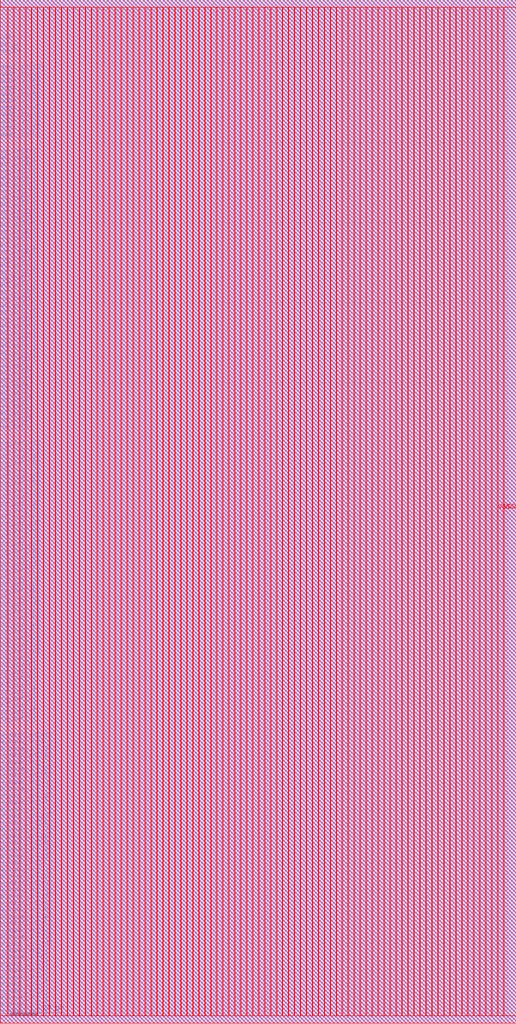
<source format=lef>
VERSION 5.7 ;
BUSBITCHARS "[]" ;
MACRO fakeram45_2048x42
  FOREIGN fakeram45_2048x42 0 0 ;
  SYMMETRY X Y R90 ;
  SIZE 193.420 BY 383.600 ;
  CLASS BLOCK ;
  PIN w_mask_in[0]
    DIRECTION INPUT ;
    USE SIGNAL ;
    SHAPE ABUTMENT ;
    PORT
      LAYER metal3 ;
      RECT 0.000 2.765 0.070 2.835 ;
    END
  END w_mask_in[0]
  PIN w_mask_in[1]
    DIRECTION INPUT ;
    USE SIGNAL ;
    SHAPE ABUTMENT ;
    PORT
      LAYER metal3 ;
      RECT 0.000 5.285 0.070 5.355 ;
    END
  END w_mask_in[1]
  PIN w_mask_in[2]
    DIRECTION INPUT ;
    USE SIGNAL ;
    SHAPE ABUTMENT ;
    PORT
      LAYER metal3 ;
      RECT 0.000 7.805 0.070 7.875 ;
    END
  END w_mask_in[2]
  PIN w_mask_in[3]
    DIRECTION INPUT ;
    USE SIGNAL ;
    SHAPE ABUTMENT ;
    PORT
      LAYER metal3 ;
      RECT 0.000 10.325 0.070 10.395 ;
    END
  END w_mask_in[3]
  PIN w_mask_in[4]
    DIRECTION INPUT ;
    USE SIGNAL ;
    SHAPE ABUTMENT ;
    PORT
      LAYER metal3 ;
      RECT 0.000 12.845 0.070 12.915 ;
    END
  END w_mask_in[4]
  PIN w_mask_in[5]
    DIRECTION INPUT ;
    USE SIGNAL ;
    SHAPE ABUTMENT ;
    PORT
      LAYER metal3 ;
      RECT 0.000 15.365 0.070 15.435 ;
    END
  END w_mask_in[5]
  PIN w_mask_in[6]
    DIRECTION INPUT ;
    USE SIGNAL ;
    SHAPE ABUTMENT ;
    PORT
      LAYER metal3 ;
      RECT 0.000 17.885 0.070 17.955 ;
    END
  END w_mask_in[6]
  PIN w_mask_in[7]
    DIRECTION INPUT ;
    USE SIGNAL ;
    SHAPE ABUTMENT ;
    PORT
      LAYER metal3 ;
      RECT 0.000 20.405 0.070 20.475 ;
    END
  END w_mask_in[7]
  PIN w_mask_in[8]
    DIRECTION INPUT ;
    USE SIGNAL ;
    SHAPE ABUTMENT ;
    PORT
      LAYER metal3 ;
      RECT 0.000 22.925 0.070 22.995 ;
    END
  END w_mask_in[8]
  PIN w_mask_in[9]
    DIRECTION INPUT ;
    USE SIGNAL ;
    SHAPE ABUTMENT ;
    PORT
      LAYER metal3 ;
      RECT 0.000 25.445 0.070 25.515 ;
    END
  END w_mask_in[9]
  PIN w_mask_in[10]
    DIRECTION INPUT ;
    USE SIGNAL ;
    SHAPE ABUTMENT ;
    PORT
      LAYER metal3 ;
      RECT 0.000 27.965 0.070 28.035 ;
    END
  END w_mask_in[10]
  PIN w_mask_in[11]
    DIRECTION INPUT ;
    USE SIGNAL ;
    SHAPE ABUTMENT ;
    PORT
      LAYER metal3 ;
      RECT 0.000 30.485 0.070 30.555 ;
    END
  END w_mask_in[11]
  PIN w_mask_in[12]
    DIRECTION INPUT ;
    USE SIGNAL ;
    SHAPE ABUTMENT ;
    PORT
      LAYER metal3 ;
      RECT 0.000 33.005 0.070 33.075 ;
    END
  END w_mask_in[12]
  PIN w_mask_in[13]
    DIRECTION INPUT ;
    USE SIGNAL ;
    SHAPE ABUTMENT ;
    PORT
      LAYER metal3 ;
      RECT 0.000 35.525 0.070 35.595 ;
    END
  END w_mask_in[13]
  PIN w_mask_in[14]
    DIRECTION INPUT ;
    USE SIGNAL ;
    SHAPE ABUTMENT ;
    PORT
      LAYER metal3 ;
      RECT 0.000 38.045 0.070 38.115 ;
    END
  END w_mask_in[14]
  PIN w_mask_in[15]
    DIRECTION INPUT ;
    USE SIGNAL ;
    SHAPE ABUTMENT ;
    PORT
      LAYER metal3 ;
      RECT 0.000 40.565 0.070 40.635 ;
    END
  END w_mask_in[15]
  PIN w_mask_in[16]
    DIRECTION INPUT ;
    USE SIGNAL ;
    SHAPE ABUTMENT ;
    PORT
      LAYER metal3 ;
      RECT 0.000 43.085 0.070 43.155 ;
    END
  END w_mask_in[16]
  PIN w_mask_in[17]
    DIRECTION INPUT ;
    USE SIGNAL ;
    SHAPE ABUTMENT ;
    PORT
      LAYER metal3 ;
      RECT 0.000 45.605 0.070 45.675 ;
    END
  END w_mask_in[17]
  PIN w_mask_in[18]
    DIRECTION INPUT ;
    USE SIGNAL ;
    SHAPE ABUTMENT ;
    PORT
      LAYER metal3 ;
      RECT 0.000 48.125 0.070 48.195 ;
    END
  END w_mask_in[18]
  PIN w_mask_in[19]
    DIRECTION INPUT ;
    USE SIGNAL ;
    SHAPE ABUTMENT ;
    PORT
      LAYER metal3 ;
      RECT 0.000 50.645 0.070 50.715 ;
    END
  END w_mask_in[19]
  PIN w_mask_in[20]
    DIRECTION INPUT ;
    USE SIGNAL ;
    SHAPE ABUTMENT ;
    PORT
      LAYER metal3 ;
      RECT 0.000 53.165 0.070 53.235 ;
    END
  END w_mask_in[20]
  PIN w_mask_in[21]
    DIRECTION INPUT ;
    USE SIGNAL ;
    SHAPE ABUTMENT ;
    PORT
      LAYER metal3 ;
      RECT 0.000 55.685 0.070 55.755 ;
    END
  END w_mask_in[21]
  PIN w_mask_in[22]
    DIRECTION INPUT ;
    USE SIGNAL ;
    SHAPE ABUTMENT ;
    PORT
      LAYER metal3 ;
      RECT 0.000 58.205 0.070 58.275 ;
    END
  END w_mask_in[22]
  PIN w_mask_in[23]
    DIRECTION INPUT ;
    USE SIGNAL ;
    SHAPE ABUTMENT ;
    PORT
      LAYER metal3 ;
      RECT 0.000 60.725 0.070 60.795 ;
    END
  END w_mask_in[23]
  PIN w_mask_in[24]
    DIRECTION INPUT ;
    USE SIGNAL ;
    SHAPE ABUTMENT ;
    PORT
      LAYER metal3 ;
      RECT 0.000 63.245 0.070 63.315 ;
    END
  END w_mask_in[24]
  PIN w_mask_in[25]
    DIRECTION INPUT ;
    USE SIGNAL ;
    SHAPE ABUTMENT ;
    PORT
      LAYER metal3 ;
      RECT 0.000 65.765 0.070 65.835 ;
    END
  END w_mask_in[25]
  PIN w_mask_in[26]
    DIRECTION INPUT ;
    USE SIGNAL ;
    SHAPE ABUTMENT ;
    PORT
      LAYER metal3 ;
      RECT 0.000 68.285 0.070 68.355 ;
    END
  END w_mask_in[26]
  PIN w_mask_in[27]
    DIRECTION INPUT ;
    USE SIGNAL ;
    SHAPE ABUTMENT ;
    PORT
      LAYER metal3 ;
      RECT 0.000 70.805 0.070 70.875 ;
    END
  END w_mask_in[27]
  PIN w_mask_in[28]
    DIRECTION INPUT ;
    USE SIGNAL ;
    SHAPE ABUTMENT ;
    PORT
      LAYER metal3 ;
      RECT 0.000 73.325 0.070 73.395 ;
    END
  END w_mask_in[28]
  PIN w_mask_in[29]
    DIRECTION INPUT ;
    USE SIGNAL ;
    SHAPE ABUTMENT ;
    PORT
      LAYER metal3 ;
      RECT 0.000 75.845 0.070 75.915 ;
    END
  END w_mask_in[29]
  PIN w_mask_in[30]
    DIRECTION INPUT ;
    USE SIGNAL ;
    SHAPE ABUTMENT ;
    PORT
      LAYER metal3 ;
      RECT 0.000 78.365 0.070 78.435 ;
    END
  END w_mask_in[30]
  PIN w_mask_in[31]
    DIRECTION INPUT ;
    USE SIGNAL ;
    SHAPE ABUTMENT ;
    PORT
      LAYER metal3 ;
      RECT 0.000 80.885 0.070 80.955 ;
    END
  END w_mask_in[31]
  PIN w_mask_in[32]
    DIRECTION INPUT ;
    USE SIGNAL ;
    SHAPE ABUTMENT ;
    PORT
      LAYER metal3 ;
      RECT 0.000 83.405 0.070 83.475 ;
    END
  END w_mask_in[32]
  PIN w_mask_in[33]
    DIRECTION INPUT ;
    USE SIGNAL ;
    SHAPE ABUTMENT ;
    PORT
      LAYER metal3 ;
      RECT 0.000 85.925 0.070 85.995 ;
    END
  END w_mask_in[33]
  PIN w_mask_in[34]
    DIRECTION INPUT ;
    USE SIGNAL ;
    SHAPE ABUTMENT ;
    PORT
      LAYER metal3 ;
      RECT 0.000 88.445 0.070 88.515 ;
    END
  END w_mask_in[34]
  PIN w_mask_in[35]
    DIRECTION INPUT ;
    USE SIGNAL ;
    SHAPE ABUTMENT ;
    PORT
      LAYER metal3 ;
      RECT 0.000 90.965 0.070 91.035 ;
    END
  END w_mask_in[35]
  PIN w_mask_in[36]
    DIRECTION INPUT ;
    USE SIGNAL ;
    SHAPE ABUTMENT ;
    PORT
      LAYER metal3 ;
      RECT 0.000 93.485 0.070 93.555 ;
    END
  END w_mask_in[36]
  PIN w_mask_in[37]
    DIRECTION INPUT ;
    USE SIGNAL ;
    SHAPE ABUTMENT ;
    PORT
      LAYER metal3 ;
      RECT 0.000 96.005 0.070 96.075 ;
    END
  END w_mask_in[37]
  PIN w_mask_in[38]
    DIRECTION INPUT ;
    USE SIGNAL ;
    SHAPE ABUTMENT ;
    PORT
      LAYER metal3 ;
      RECT 0.000 98.525 0.070 98.595 ;
    END
  END w_mask_in[38]
  PIN w_mask_in[39]
    DIRECTION INPUT ;
    USE SIGNAL ;
    SHAPE ABUTMENT ;
    PORT
      LAYER metal3 ;
      RECT 0.000 101.045 0.070 101.115 ;
    END
  END w_mask_in[39]
  PIN w_mask_in[40]
    DIRECTION INPUT ;
    USE SIGNAL ;
    SHAPE ABUTMENT ;
    PORT
      LAYER metal3 ;
      RECT 0.000 103.565 0.070 103.635 ;
    END
  END w_mask_in[40]
  PIN w_mask_in[41]
    DIRECTION INPUT ;
    USE SIGNAL ;
    SHAPE ABUTMENT ;
    PORT
      LAYER metal3 ;
      RECT 0.000 106.085 0.070 106.155 ;
    END
  END w_mask_in[41]
  PIN rd_out[0]
    DIRECTION OUTPUT ;
    USE SIGNAL ;
    SHAPE ABUTMENT ;
    PORT
      LAYER metal3 ;
      RECT 0.000 112.245 0.070 112.315 ;
    END
  END rd_out[0]
  PIN rd_out[1]
    DIRECTION OUTPUT ;
    USE SIGNAL ;
    SHAPE ABUTMENT ;
    PORT
      LAYER metal3 ;
      RECT 0.000 114.765 0.070 114.835 ;
    END
  END rd_out[1]
  PIN rd_out[2]
    DIRECTION OUTPUT ;
    USE SIGNAL ;
    SHAPE ABUTMENT ;
    PORT
      LAYER metal3 ;
      RECT 0.000 117.285 0.070 117.355 ;
    END
  END rd_out[2]
  PIN rd_out[3]
    DIRECTION OUTPUT ;
    USE SIGNAL ;
    SHAPE ABUTMENT ;
    PORT
      LAYER metal3 ;
      RECT 0.000 119.805 0.070 119.875 ;
    END
  END rd_out[3]
  PIN rd_out[4]
    DIRECTION OUTPUT ;
    USE SIGNAL ;
    SHAPE ABUTMENT ;
    PORT
      LAYER metal3 ;
      RECT 0.000 122.325 0.070 122.395 ;
    END
  END rd_out[4]
  PIN rd_out[5]
    DIRECTION OUTPUT ;
    USE SIGNAL ;
    SHAPE ABUTMENT ;
    PORT
      LAYER metal3 ;
      RECT 0.000 124.845 0.070 124.915 ;
    END
  END rd_out[5]
  PIN rd_out[6]
    DIRECTION OUTPUT ;
    USE SIGNAL ;
    SHAPE ABUTMENT ;
    PORT
      LAYER metal3 ;
      RECT 0.000 127.365 0.070 127.435 ;
    END
  END rd_out[6]
  PIN rd_out[7]
    DIRECTION OUTPUT ;
    USE SIGNAL ;
    SHAPE ABUTMENT ;
    PORT
      LAYER metal3 ;
      RECT 0.000 129.885 0.070 129.955 ;
    END
  END rd_out[7]
  PIN rd_out[8]
    DIRECTION OUTPUT ;
    USE SIGNAL ;
    SHAPE ABUTMENT ;
    PORT
      LAYER metal3 ;
      RECT 0.000 132.405 0.070 132.475 ;
    END
  END rd_out[8]
  PIN rd_out[9]
    DIRECTION OUTPUT ;
    USE SIGNAL ;
    SHAPE ABUTMENT ;
    PORT
      LAYER metal3 ;
      RECT 0.000 134.925 0.070 134.995 ;
    END
  END rd_out[9]
  PIN rd_out[10]
    DIRECTION OUTPUT ;
    USE SIGNAL ;
    SHAPE ABUTMENT ;
    PORT
      LAYER metal3 ;
      RECT 0.000 137.445 0.070 137.515 ;
    END
  END rd_out[10]
  PIN rd_out[11]
    DIRECTION OUTPUT ;
    USE SIGNAL ;
    SHAPE ABUTMENT ;
    PORT
      LAYER metal3 ;
      RECT 0.000 139.965 0.070 140.035 ;
    END
  END rd_out[11]
  PIN rd_out[12]
    DIRECTION OUTPUT ;
    USE SIGNAL ;
    SHAPE ABUTMENT ;
    PORT
      LAYER metal3 ;
      RECT 0.000 142.485 0.070 142.555 ;
    END
  END rd_out[12]
  PIN rd_out[13]
    DIRECTION OUTPUT ;
    USE SIGNAL ;
    SHAPE ABUTMENT ;
    PORT
      LAYER metal3 ;
      RECT 0.000 145.005 0.070 145.075 ;
    END
  END rd_out[13]
  PIN rd_out[14]
    DIRECTION OUTPUT ;
    USE SIGNAL ;
    SHAPE ABUTMENT ;
    PORT
      LAYER metal3 ;
      RECT 0.000 147.525 0.070 147.595 ;
    END
  END rd_out[14]
  PIN rd_out[15]
    DIRECTION OUTPUT ;
    USE SIGNAL ;
    SHAPE ABUTMENT ;
    PORT
      LAYER metal3 ;
      RECT 0.000 150.045 0.070 150.115 ;
    END
  END rd_out[15]
  PIN rd_out[16]
    DIRECTION OUTPUT ;
    USE SIGNAL ;
    SHAPE ABUTMENT ;
    PORT
      LAYER metal3 ;
      RECT 0.000 152.565 0.070 152.635 ;
    END
  END rd_out[16]
  PIN rd_out[17]
    DIRECTION OUTPUT ;
    USE SIGNAL ;
    SHAPE ABUTMENT ;
    PORT
      LAYER metal3 ;
      RECT 0.000 155.085 0.070 155.155 ;
    END
  END rd_out[17]
  PIN rd_out[18]
    DIRECTION OUTPUT ;
    USE SIGNAL ;
    SHAPE ABUTMENT ;
    PORT
      LAYER metal3 ;
      RECT 0.000 157.605 0.070 157.675 ;
    END
  END rd_out[18]
  PIN rd_out[19]
    DIRECTION OUTPUT ;
    USE SIGNAL ;
    SHAPE ABUTMENT ;
    PORT
      LAYER metal3 ;
      RECT 0.000 160.125 0.070 160.195 ;
    END
  END rd_out[19]
  PIN rd_out[20]
    DIRECTION OUTPUT ;
    USE SIGNAL ;
    SHAPE ABUTMENT ;
    PORT
      LAYER metal3 ;
      RECT 0.000 162.645 0.070 162.715 ;
    END
  END rd_out[20]
  PIN rd_out[21]
    DIRECTION OUTPUT ;
    USE SIGNAL ;
    SHAPE ABUTMENT ;
    PORT
      LAYER metal3 ;
      RECT 0.000 165.165 0.070 165.235 ;
    END
  END rd_out[21]
  PIN rd_out[22]
    DIRECTION OUTPUT ;
    USE SIGNAL ;
    SHAPE ABUTMENT ;
    PORT
      LAYER metal3 ;
      RECT 0.000 167.685 0.070 167.755 ;
    END
  END rd_out[22]
  PIN rd_out[23]
    DIRECTION OUTPUT ;
    USE SIGNAL ;
    SHAPE ABUTMENT ;
    PORT
      LAYER metal3 ;
      RECT 0.000 170.205 0.070 170.275 ;
    END
  END rd_out[23]
  PIN rd_out[24]
    DIRECTION OUTPUT ;
    USE SIGNAL ;
    SHAPE ABUTMENT ;
    PORT
      LAYER metal3 ;
      RECT 0.000 172.725 0.070 172.795 ;
    END
  END rd_out[24]
  PIN rd_out[25]
    DIRECTION OUTPUT ;
    USE SIGNAL ;
    SHAPE ABUTMENT ;
    PORT
      LAYER metal3 ;
      RECT 0.000 175.245 0.070 175.315 ;
    END
  END rd_out[25]
  PIN rd_out[26]
    DIRECTION OUTPUT ;
    USE SIGNAL ;
    SHAPE ABUTMENT ;
    PORT
      LAYER metal3 ;
      RECT 0.000 177.765 0.070 177.835 ;
    END
  END rd_out[26]
  PIN rd_out[27]
    DIRECTION OUTPUT ;
    USE SIGNAL ;
    SHAPE ABUTMENT ;
    PORT
      LAYER metal3 ;
      RECT 0.000 180.285 0.070 180.355 ;
    END
  END rd_out[27]
  PIN rd_out[28]
    DIRECTION OUTPUT ;
    USE SIGNAL ;
    SHAPE ABUTMENT ;
    PORT
      LAYER metal3 ;
      RECT 0.000 182.805 0.070 182.875 ;
    END
  END rd_out[28]
  PIN rd_out[29]
    DIRECTION OUTPUT ;
    USE SIGNAL ;
    SHAPE ABUTMENT ;
    PORT
      LAYER metal3 ;
      RECT 0.000 185.325 0.070 185.395 ;
    END
  END rd_out[29]
  PIN rd_out[30]
    DIRECTION OUTPUT ;
    USE SIGNAL ;
    SHAPE ABUTMENT ;
    PORT
      LAYER metal3 ;
      RECT 0.000 187.845 0.070 187.915 ;
    END
  END rd_out[30]
  PIN rd_out[31]
    DIRECTION OUTPUT ;
    USE SIGNAL ;
    SHAPE ABUTMENT ;
    PORT
      LAYER metal3 ;
      RECT 0.000 190.365 0.070 190.435 ;
    END
  END rd_out[31]
  PIN rd_out[32]
    DIRECTION OUTPUT ;
    USE SIGNAL ;
    SHAPE ABUTMENT ;
    PORT
      LAYER metal3 ;
      RECT 0.000 192.885 0.070 192.955 ;
    END
  END rd_out[32]
  PIN rd_out[33]
    DIRECTION OUTPUT ;
    USE SIGNAL ;
    SHAPE ABUTMENT ;
    PORT
      LAYER metal3 ;
      RECT 0.000 195.405 0.070 195.475 ;
    END
  END rd_out[33]
  PIN rd_out[34]
    DIRECTION OUTPUT ;
    USE SIGNAL ;
    SHAPE ABUTMENT ;
    PORT
      LAYER metal3 ;
      RECT 0.000 197.925 0.070 197.995 ;
    END
  END rd_out[34]
  PIN rd_out[35]
    DIRECTION OUTPUT ;
    USE SIGNAL ;
    SHAPE ABUTMENT ;
    PORT
      LAYER metal3 ;
      RECT 0.000 200.445 0.070 200.515 ;
    END
  END rd_out[35]
  PIN rd_out[36]
    DIRECTION OUTPUT ;
    USE SIGNAL ;
    SHAPE ABUTMENT ;
    PORT
      LAYER metal3 ;
      RECT 0.000 202.965 0.070 203.035 ;
    END
  END rd_out[36]
  PIN rd_out[37]
    DIRECTION OUTPUT ;
    USE SIGNAL ;
    SHAPE ABUTMENT ;
    PORT
      LAYER metal3 ;
      RECT 0.000 205.485 0.070 205.555 ;
    END
  END rd_out[37]
  PIN rd_out[38]
    DIRECTION OUTPUT ;
    USE SIGNAL ;
    SHAPE ABUTMENT ;
    PORT
      LAYER metal3 ;
      RECT 0.000 208.005 0.070 208.075 ;
    END
  END rd_out[38]
  PIN rd_out[39]
    DIRECTION OUTPUT ;
    USE SIGNAL ;
    SHAPE ABUTMENT ;
    PORT
      LAYER metal3 ;
      RECT 0.000 210.525 0.070 210.595 ;
    END
  END rd_out[39]
  PIN rd_out[40]
    DIRECTION OUTPUT ;
    USE SIGNAL ;
    SHAPE ABUTMENT ;
    PORT
      LAYER metal3 ;
      RECT 0.000 213.045 0.070 213.115 ;
    END
  END rd_out[40]
  PIN rd_out[41]
    DIRECTION OUTPUT ;
    USE SIGNAL ;
    SHAPE ABUTMENT ;
    PORT
      LAYER metal3 ;
      RECT 0.000 215.565 0.070 215.635 ;
    END
  END rd_out[41]
  PIN wd_in[0]
    DIRECTION INPUT ;
    USE SIGNAL ;
    SHAPE ABUTMENT ;
    PORT
      LAYER metal3 ;
      RECT 0.000 221.725 0.070 221.795 ;
    END
  END wd_in[0]
  PIN wd_in[1]
    DIRECTION INPUT ;
    USE SIGNAL ;
    SHAPE ABUTMENT ;
    PORT
      LAYER metal3 ;
      RECT 0.000 224.245 0.070 224.315 ;
    END
  END wd_in[1]
  PIN wd_in[2]
    DIRECTION INPUT ;
    USE SIGNAL ;
    SHAPE ABUTMENT ;
    PORT
      LAYER metal3 ;
      RECT 0.000 226.765 0.070 226.835 ;
    END
  END wd_in[2]
  PIN wd_in[3]
    DIRECTION INPUT ;
    USE SIGNAL ;
    SHAPE ABUTMENT ;
    PORT
      LAYER metal3 ;
      RECT 0.000 229.285 0.070 229.355 ;
    END
  END wd_in[3]
  PIN wd_in[4]
    DIRECTION INPUT ;
    USE SIGNAL ;
    SHAPE ABUTMENT ;
    PORT
      LAYER metal3 ;
      RECT 0.000 231.805 0.070 231.875 ;
    END
  END wd_in[4]
  PIN wd_in[5]
    DIRECTION INPUT ;
    USE SIGNAL ;
    SHAPE ABUTMENT ;
    PORT
      LAYER metal3 ;
      RECT 0.000 234.325 0.070 234.395 ;
    END
  END wd_in[5]
  PIN wd_in[6]
    DIRECTION INPUT ;
    USE SIGNAL ;
    SHAPE ABUTMENT ;
    PORT
      LAYER metal3 ;
      RECT 0.000 236.845 0.070 236.915 ;
    END
  END wd_in[6]
  PIN wd_in[7]
    DIRECTION INPUT ;
    USE SIGNAL ;
    SHAPE ABUTMENT ;
    PORT
      LAYER metal3 ;
      RECT 0.000 239.365 0.070 239.435 ;
    END
  END wd_in[7]
  PIN wd_in[8]
    DIRECTION INPUT ;
    USE SIGNAL ;
    SHAPE ABUTMENT ;
    PORT
      LAYER metal3 ;
      RECT 0.000 241.885 0.070 241.955 ;
    END
  END wd_in[8]
  PIN wd_in[9]
    DIRECTION INPUT ;
    USE SIGNAL ;
    SHAPE ABUTMENT ;
    PORT
      LAYER metal3 ;
      RECT 0.000 244.405 0.070 244.475 ;
    END
  END wd_in[9]
  PIN wd_in[10]
    DIRECTION INPUT ;
    USE SIGNAL ;
    SHAPE ABUTMENT ;
    PORT
      LAYER metal3 ;
      RECT 0.000 246.925 0.070 246.995 ;
    END
  END wd_in[10]
  PIN wd_in[11]
    DIRECTION INPUT ;
    USE SIGNAL ;
    SHAPE ABUTMENT ;
    PORT
      LAYER metal3 ;
      RECT 0.000 249.445 0.070 249.515 ;
    END
  END wd_in[11]
  PIN wd_in[12]
    DIRECTION INPUT ;
    USE SIGNAL ;
    SHAPE ABUTMENT ;
    PORT
      LAYER metal3 ;
      RECT 0.000 251.965 0.070 252.035 ;
    END
  END wd_in[12]
  PIN wd_in[13]
    DIRECTION INPUT ;
    USE SIGNAL ;
    SHAPE ABUTMENT ;
    PORT
      LAYER metal3 ;
      RECT 0.000 254.485 0.070 254.555 ;
    END
  END wd_in[13]
  PIN wd_in[14]
    DIRECTION INPUT ;
    USE SIGNAL ;
    SHAPE ABUTMENT ;
    PORT
      LAYER metal3 ;
      RECT 0.000 257.005 0.070 257.075 ;
    END
  END wd_in[14]
  PIN wd_in[15]
    DIRECTION INPUT ;
    USE SIGNAL ;
    SHAPE ABUTMENT ;
    PORT
      LAYER metal3 ;
      RECT 0.000 259.525 0.070 259.595 ;
    END
  END wd_in[15]
  PIN wd_in[16]
    DIRECTION INPUT ;
    USE SIGNAL ;
    SHAPE ABUTMENT ;
    PORT
      LAYER metal3 ;
      RECT 0.000 262.045 0.070 262.115 ;
    END
  END wd_in[16]
  PIN wd_in[17]
    DIRECTION INPUT ;
    USE SIGNAL ;
    SHAPE ABUTMENT ;
    PORT
      LAYER metal3 ;
      RECT 0.000 264.565 0.070 264.635 ;
    END
  END wd_in[17]
  PIN wd_in[18]
    DIRECTION INPUT ;
    USE SIGNAL ;
    SHAPE ABUTMENT ;
    PORT
      LAYER metal3 ;
      RECT 0.000 267.085 0.070 267.155 ;
    END
  END wd_in[18]
  PIN wd_in[19]
    DIRECTION INPUT ;
    USE SIGNAL ;
    SHAPE ABUTMENT ;
    PORT
      LAYER metal3 ;
      RECT 0.000 269.605 0.070 269.675 ;
    END
  END wd_in[19]
  PIN wd_in[20]
    DIRECTION INPUT ;
    USE SIGNAL ;
    SHAPE ABUTMENT ;
    PORT
      LAYER metal3 ;
      RECT 0.000 272.125 0.070 272.195 ;
    END
  END wd_in[20]
  PIN wd_in[21]
    DIRECTION INPUT ;
    USE SIGNAL ;
    SHAPE ABUTMENT ;
    PORT
      LAYER metal3 ;
      RECT 0.000 274.645 0.070 274.715 ;
    END
  END wd_in[21]
  PIN wd_in[22]
    DIRECTION INPUT ;
    USE SIGNAL ;
    SHAPE ABUTMENT ;
    PORT
      LAYER metal3 ;
      RECT 0.000 277.165 0.070 277.235 ;
    END
  END wd_in[22]
  PIN wd_in[23]
    DIRECTION INPUT ;
    USE SIGNAL ;
    SHAPE ABUTMENT ;
    PORT
      LAYER metal3 ;
      RECT 0.000 279.685 0.070 279.755 ;
    END
  END wd_in[23]
  PIN wd_in[24]
    DIRECTION INPUT ;
    USE SIGNAL ;
    SHAPE ABUTMENT ;
    PORT
      LAYER metal3 ;
      RECT 0.000 282.205 0.070 282.275 ;
    END
  END wd_in[24]
  PIN wd_in[25]
    DIRECTION INPUT ;
    USE SIGNAL ;
    SHAPE ABUTMENT ;
    PORT
      LAYER metal3 ;
      RECT 0.000 284.725 0.070 284.795 ;
    END
  END wd_in[25]
  PIN wd_in[26]
    DIRECTION INPUT ;
    USE SIGNAL ;
    SHAPE ABUTMENT ;
    PORT
      LAYER metal3 ;
      RECT 0.000 287.245 0.070 287.315 ;
    END
  END wd_in[26]
  PIN wd_in[27]
    DIRECTION INPUT ;
    USE SIGNAL ;
    SHAPE ABUTMENT ;
    PORT
      LAYER metal3 ;
      RECT 0.000 289.765 0.070 289.835 ;
    END
  END wd_in[27]
  PIN wd_in[28]
    DIRECTION INPUT ;
    USE SIGNAL ;
    SHAPE ABUTMENT ;
    PORT
      LAYER metal3 ;
      RECT 0.000 292.285 0.070 292.355 ;
    END
  END wd_in[28]
  PIN wd_in[29]
    DIRECTION INPUT ;
    USE SIGNAL ;
    SHAPE ABUTMENT ;
    PORT
      LAYER metal3 ;
      RECT 0.000 294.805 0.070 294.875 ;
    END
  END wd_in[29]
  PIN wd_in[30]
    DIRECTION INPUT ;
    USE SIGNAL ;
    SHAPE ABUTMENT ;
    PORT
      LAYER metal3 ;
      RECT 0.000 297.325 0.070 297.395 ;
    END
  END wd_in[30]
  PIN wd_in[31]
    DIRECTION INPUT ;
    USE SIGNAL ;
    SHAPE ABUTMENT ;
    PORT
      LAYER metal3 ;
      RECT 0.000 299.845 0.070 299.915 ;
    END
  END wd_in[31]
  PIN wd_in[32]
    DIRECTION INPUT ;
    USE SIGNAL ;
    SHAPE ABUTMENT ;
    PORT
      LAYER metal3 ;
      RECT 0.000 302.365 0.070 302.435 ;
    END
  END wd_in[32]
  PIN wd_in[33]
    DIRECTION INPUT ;
    USE SIGNAL ;
    SHAPE ABUTMENT ;
    PORT
      LAYER metal3 ;
      RECT 0.000 304.885 0.070 304.955 ;
    END
  END wd_in[33]
  PIN wd_in[34]
    DIRECTION INPUT ;
    USE SIGNAL ;
    SHAPE ABUTMENT ;
    PORT
      LAYER metal3 ;
      RECT 0.000 307.405 0.070 307.475 ;
    END
  END wd_in[34]
  PIN wd_in[35]
    DIRECTION INPUT ;
    USE SIGNAL ;
    SHAPE ABUTMENT ;
    PORT
      LAYER metal3 ;
      RECT 0.000 309.925 0.070 309.995 ;
    END
  END wd_in[35]
  PIN wd_in[36]
    DIRECTION INPUT ;
    USE SIGNAL ;
    SHAPE ABUTMENT ;
    PORT
      LAYER metal3 ;
      RECT 0.000 312.445 0.070 312.515 ;
    END
  END wd_in[36]
  PIN wd_in[37]
    DIRECTION INPUT ;
    USE SIGNAL ;
    SHAPE ABUTMENT ;
    PORT
      LAYER metal3 ;
      RECT 0.000 314.965 0.070 315.035 ;
    END
  END wd_in[37]
  PIN wd_in[38]
    DIRECTION INPUT ;
    USE SIGNAL ;
    SHAPE ABUTMENT ;
    PORT
      LAYER metal3 ;
      RECT 0.000 317.485 0.070 317.555 ;
    END
  END wd_in[38]
  PIN wd_in[39]
    DIRECTION INPUT ;
    USE SIGNAL ;
    SHAPE ABUTMENT ;
    PORT
      LAYER metal3 ;
      RECT 0.000 320.005 0.070 320.075 ;
    END
  END wd_in[39]
  PIN wd_in[40]
    DIRECTION INPUT ;
    USE SIGNAL ;
    SHAPE ABUTMENT ;
    PORT
      LAYER metal3 ;
      RECT 0.000 322.525 0.070 322.595 ;
    END
  END wd_in[40]
  PIN wd_in[41]
    DIRECTION INPUT ;
    USE SIGNAL ;
    SHAPE ABUTMENT ;
    PORT
      LAYER metal3 ;
      RECT 0.000 325.045 0.070 325.115 ;
    END
  END wd_in[41]
  PIN addr_in[0]
    DIRECTION INPUT ;
    USE SIGNAL ;
    SHAPE ABUTMENT ;
    PORT
      LAYER metal3 ;
      RECT 0.000 331.205 0.070 331.275 ;
    END
  END addr_in[0]
  PIN addr_in[1]
    DIRECTION INPUT ;
    USE SIGNAL ;
    SHAPE ABUTMENT ;
    PORT
      LAYER metal3 ;
      RECT 0.000 333.725 0.070 333.795 ;
    END
  END addr_in[1]
  PIN addr_in[2]
    DIRECTION INPUT ;
    USE SIGNAL ;
    SHAPE ABUTMENT ;
    PORT
      LAYER metal3 ;
      RECT 0.000 336.245 0.070 336.315 ;
    END
  END addr_in[2]
  PIN addr_in[3]
    DIRECTION INPUT ;
    USE SIGNAL ;
    SHAPE ABUTMENT ;
    PORT
      LAYER metal3 ;
      RECT 0.000 338.765 0.070 338.835 ;
    END
  END addr_in[3]
  PIN addr_in[4]
    DIRECTION INPUT ;
    USE SIGNAL ;
    SHAPE ABUTMENT ;
    PORT
      LAYER metal3 ;
      RECT 0.000 341.285 0.070 341.355 ;
    END
  END addr_in[4]
  PIN addr_in[5]
    DIRECTION INPUT ;
    USE SIGNAL ;
    SHAPE ABUTMENT ;
    PORT
      LAYER metal3 ;
      RECT 0.000 343.805 0.070 343.875 ;
    END
  END addr_in[5]
  PIN addr_in[6]
    DIRECTION INPUT ;
    USE SIGNAL ;
    SHAPE ABUTMENT ;
    PORT
      LAYER metal3 ;
      RECT 0.000 346.325 0.070 346.395 ;
    END
  END addr_in[6]
  PIN addr_in[7]
    DIRECTION INPUT ;
    USE SIGNAL ;
    SHAPE ABUTMENT ;
    PORT
      LAYER metal3 ;
      RECT 0.000 348.845 0.070 348.915 ;
    END
  END addr_in[7]
  PIN addr_in[8]
    DIRECTION INPUT ;
    USE SIGNAL ;
    SHAPE ABUTMENT ;
    PORT
      LAYER metal3 ;
      RECT 0.000 351.365 0.070 351.435 ;
    END
  END addr_in[8]
  PIN addr_in[9]
    DIRECTION INPUT ;
    USE SIGNAL ;
    SHAPE ABUTMENT ;
    PORT
      LAYER metal3 ;
      RECT 0.000 353.885 0.070 353.955 ;
    END
  END addr_in[9]
  PIN addr_in[10]
    DIRECTION INPUT ;
    USE SIGNAL ;
    SHAPE ABUTMENT ;
    PORT
      LAYER metal3 ;
      RECT 0.000 356.405 0.070 356.475 ;
    END
  END addr_in[10]
  PIN we_in
    DIRECTION INPUT ;
    USE SIGNAL ;
    SHAPE ABUTMENT ;
    PORT
      LAYER metal3 ;
      RECT 0.000 362.565 0.070 362.635 ;
    END
  END we_in
  PIN ce_in
    DIRECTION INPUT ;
    USE SIGNAL ;
    SHAPE ABUTMENT ;
    PORT
      LAYER metal3 ;
      RECT 0.000 365.085 0.070 365.155 ;
    END
  END ce_in
  PIN clk
    DIRECTION INPUT ;
    USE SIGNAL ;
    SHAPE ABUTMENT ;
    PORT
      LAYER metal3 ;
      RECT 0.000 367.605 0.070 367.675 ;
    END
  END clk
  PIN VSS
    DIRECTION INOUT ;
    USE GROUND ;
    PORT
      LAYER metal4 ;
      RECT 2.660 2.800 2.940 380.800 ;
      RECT 7.140 2.800 7.420 380.800 ;
      RECT 11.620 2.800 11.900 380.800 ;
      RECT 16.100 2.800 16.380 380.800 ;
      RECT 20.580 2.800 20.860 380.800 ;
      RECT 25.060 2.800 25.340 380.800 ;
      RECT 29.540 2.800 29.820 380.800 ;
      RECT 34.020 2.800 34.300 380.800 ;
      RECT 38.500 2.800 38.780 380.800 ;
      RECT 42.980 2.800 43.260 380.800 ;
      RECT 47.460 2.800 47.740 380.800 ;
      RECT 51.940 2.800 52.220 380.800 ;
      RECT 56.420 2.800 56.700 380.800 ;
      RECT 60.900 2.800 61.180 380.800 ;
      RECT 65.380 2.800 65.660 380.800 ;
      RECT 69.860 2.800 70.140 380.800 ;
      RECT 74.340 2.800 74.620 380.800 ;
      RECT 78.820 2.800 79.100 380.800 ;
      RECT 83.300 2.800 83.580 380.800 ;
      RECT 87.780 2.800 88.060 380.800 ;
      RECT 92.260 2.800 92.540 380.800 ;
      RECT 96.740 2.800 97.020 380.800 ;
      RECT 101.220 2.800 101.500 380.800 ;
      RECT 105.700 2.800 105.980 380.800 ;
      RECT 110.180 2.800 110.460 380.800 ;
      RECT 114.660 2.800 114.940 380.800 ;
      RECT 119.140 2.800 119.420 380.800 ;
      RECT 123.620 2.800 123.900 380.800 ;
      RECT 128.100 2.800 128.380 380.800 ;
      RECT 132.580 2.800 132.860 380.800 ;
      RECT 137.060 2.800 137.340 380.800 ;
      RECT 141.540 2.800 141.820 380.800 ;
      RECT 146.020 2.800 146.300 380.800 ;
      RECT 150.500 2.800 150.780 380.800 ;
      RECT 154.980 2.800 155.260 380.800 ;
      RECT 159.460 2.800 159.740 380.800 ;
      RECT 163.940 2.800 164.220 380.800 ;
      RECT 168.420 2.800 168.700 380.800 ;
      RECT 172.900 2.800 173.180 380.800 ;
      RECT 177.380 2.800 177.660 380.800 ;
      RECT 181.860 2.800 182.140 380.800 ;
      RECT 186.340 2.800 186.620 380.800 ;
    END
  END VSS
  PIN VDD
    DIRECTION INOUT ;
    USE POWER ;
    PORT
      LAYER metal4 ;
      RECT 4.900 2.800 5.180 380.800 ;
      RECT 9.380 2.800 9.660 380.800 ;
      RECT 13.860 2.800 14.140 380.800 ;
      RECT 18.340 2.800 18.620 380.800 ;
      RECT 22.820 2.800 23.100 380.800 ;
      RECT 27.300 2.800 27.580 380.800 ;
      RECT 31.780 2.800 32.060 380.800 ;
      RECT 36.260 2.800 36.540 380.800 ;
      RECT 40.740 2.800 41.020 380.800 ;
      RECT 45.220 2.800 45.500 380.800 ;
      RECT 49.700 2.800 49.980 380.800 ;
      RECT 54.180 2.800 54.460 380.800 ;
      RECT 58.660 2.800 58.940 380.800 ;
      RECT 63.140 2.800 63.420 380.800 ;
      RECT 67.620 2.800 67.900 380.800 ;
      RECT 72.100 2.800 72.380 380.800 ;
      RECT 76.580 2.800 76.860 380.800 ;
      RECT 81.060 2.800 81.340 380.800 ;
      RECT 85.540 2.800 85.820 380.800 ;
      RECT 90.020 2.800 90.300 380.800 ;
      RECT 94.500 2.800 94.780 380.800 ;
      RECT 98.980 2.800 99.260 380.800 ;
      RECT 103.460 2.800 103.740 380.800 ;
      RECT 107.940 2.800 108.220 380.800 ;
      RECT 112.420 2.800 112.700 380.800 ;
      RECT 116.900 2.800 117.180 380.800 ;
      RECT 121.380 2.800 121.660 380.800 ;
      RECT 125.860 2.800 126.140 380.800 ;
      RECT 130.340 2.800 130.620 380.800 ;
      RECT 134.820 2.800 135.100 380.800 ;
      RECT 139.300 2.800 139.580 380.800 ;
      RECT 143.780 2.800 144.060 380.800 ;
      RECT 148.260 2.800 148.540 380.800 ;
      RECT 152.740 2.800 153.020 380.800 ;
      RECT 157.220 2.800 157.500 380.800 ;
      RECT 161.700 2.800 161.980 380.800 ;
      RECT 166.180 2.800 166.460 380.800 ;
      RECT 170.660 2.800 170.940 380.800 ;
      RECT 175.140 2.800 175.420 380.800 ;
      RECT 179.620 2.800 179.900 380.800 ;
      RECT 184.100 2.800 184.380 380.800 ;
      RECT 188.580 2.800 188.860 380.800 ;
    END
  END VDD
  OBS
    LAYER metal1 ;
    RECT 0 0 193.420 383.600 ;
    LAYER metal2 ;
    RECT 0 0 193.420 383.600 ;
    LAYER metal3 ;
    RECT 0.070 0 193.420 383.600 ;
    RECT 0 0.000 0.070 2.765 ;
    RECT 0 2.835 0.070 5.285 ;
    RECT 0 5.355 0.070 7.805 ;
    RECT 0 7.875 0.070 10.325 ;
    RECT 0 10.395 0.070 12.845 ;
    RECT 0 12.915 0.070 15.365 ;
    RECT 0 15.435 0.070 17.885 ;
    RECT 0 17.955 0.070 20.405 ;
    RECT 0 20.475 0.070 22.925 ;
    RECT 0 22.995 0.070 25.445 ;
    RECT 0 25.515 0.070 27.965 ;
    RECT 0 28.035 0.070 30.485 ;
    RECT 0 30.555 0.070 33.005 ;
    RECT 0 33.075 0.070 35.525 ;
    RECT 0 35.595 0.070 38.045 ;
    RECT 0 38.115 0.070 40.565 ;
    RECT 0 40.635 0.070 43.085 ;
    RECT 0 43.155 0.070 45.605 ;
    RECT 0 45.675 0.070 48.125 ;
    RECT 0 48.195 0.070 50.645 ;
    RECT 0 50.715 0.070 53.165 ;
    RECT 0 53.235 0.070 55.685 ;
    RECT 0 55.755 0.070 58.205 ;
    RECT 0 58.275 0.070 60.725 ;
    RECT 0 60.795 0.070 63.245 ;
    RECT 0 63.315 0.070 65.765 ;
    RECT 0 65.835 0.070 68.285 ;
    RECT 0 68.355 0.070 70.805 ;
    RECT 0 70.875 0.070 73.325 ;
    RECT 0 73.395 0.070 75.845 ;
    RECT 0 75.915 0.070 78.365 ;
    RECT 0 78.435 0.070 80.885 ;
    RECT 0 80.955 0.070 83.405 ;
    RECT 0 83.475 0.070 85.925 ;
    RECT 0 85.995 0.070 88.445 ;
    RECT 0 88.515 0.070 90.965 ;
    RECT 0 91.035 0.070 93.485 ;
    RECT 0 93.555 0.070 96.005 ;
    RECT 0 96.075 0.070 98.525 ;
    RECT 0 98.595 0.070 101.045 ;
    RECT 0 101.115 0.070 103.565 ;
    RECT 0 103.635 0.070 106.085 ;
    RECT 0 106.155 0.070 112.245 ;
    RECT 0 112.315 0.070 114.765 ;
    RECT 0 114.835 0.070 117.285 ;
    RECT 0 117.355 0.070 119.805 ;
    RECT 0 119.875 0.070 122.325 ;
    RECT 0 122.395 0.070 124.845 ;
    RECT 0 124.915 0.070 127.365 ;
    RECT 0 127.435 0.070 129.885 ;
    RECT 0 129.955 0.070 132.405 ;
    RECT 0 132.475 0.070 134.925 ;
    RECT 0 134.995 0.070 137.445 ;
    RECT 0 137.515 0.070 139.965 ;
    RECT 0 140.035 0.070 142.485 ;
    RECT 0 142.555 0.070 145.005 ;
    RECT 0 145.075 0.070 147.525 ;
    RECT 0 147.595 0.070 150.045 ;
    RECT 0 150.115 0.070 152.565 ;
    RECT 0 152.635 0.070 155.085 ;
    RECT 0 155.155 0.070 157.605 ;
    RECT 0 157.675 0.070 160.125 ;
    RECT 0 160.195 0.070 162.645 ;
    RECT 0 162.715 0.070 165.165 ;
    RECT 0 165.235 0.070 167.685 ;
    RECT 0 167.755 0.070 170.205 ;
    RECT 0 170.275 0.070 172.725 ;
    RECT 0 172.795 0.070 175.245 ;
    RECT 0 175.315 0.070 177.765 ;
    RECT 0 177.835 0.070 180.285 ;
    RECT 0 180.355 0.070 182.805 ;
    RECT 0 182.875 0.070 185.325 ;
    RECT 0 185.395 0.070 187.845 ;
    RECT 0 187.915 0.070 190.365 ;
    RECT 0 190.435 0.070 192.885 ;
    RECT 0 192.955 0.070 195.405 ;
    RECT 0 195.475 0.070 197.925 ;
    RECT 0 197.995 0.070 200.445 ;
    RECT 0 200.515 0.070 202.965 ;
    RECT 0 203.035 0.070 205.485 ;
    RECT 0 205.555 0.070 208.005 ;
    RECT 0 208.075 0.070 210.525 ;
    RECT 0 210.595 0.070 213.045 ;
    RECT 0 213.115 0.070 215.565 ;
    RECT 0 215.635 0.070 221.725 ;
    RECT 0 221.795 0.070 224.245 ;
    RECT 0 224.315 0.070 226.765 ;
    RECT 0 226.835 0.070 229.285 ;
    RECT 0 229.355 0.070 231.805 ;
    RECT 0 231.875 0.070 234.325 ;
    RECT 0 234.395 0.070 236.845 ;
    RECT 0 236.915 0.070 239.365 ;
    RECT 0 239.435 0.070 241.885 ;
    RECT 0 241.955 0.070 244.405 ;
    RECT 0 244.475 0.070 246.925 ;
    RECT 0 246.995 0.070 249.445 ;
    RECT 0 249.515 0.070 251.965 ;
    RECT 0 252.035 0.070 254.485 ;
    RECT 0 254.555 0.070 257.005 ;
    RECT 0 257.075 0.070 259.525 ;
    RECT 0 259.595 0.070 262.045 ;
    RECT 0 262.115 0.070 264.565 ;
    RECT 0 264.635 0.070 267.085 ;
    RECT 0 267.155 0.070 269.605 ;
    RECT 0 269.675 0.070 272.125 ;
    RECT 0 272.195 0.070 274.645 ;
    RECT 0 274.715 0.070 277.165 ;
    RECT 0 277.235 0.070 279.685 ;
    RECT 0 279.755 0.070 282.205 ;
    RECT 0 282.275 0.070 284.725 ;
    RECT 0 284.795 0.070 287.245 ;
    RECT 0 287.315 0.070 289.765 ;
    RECT 0 289.835 0.070 292.285 ;
    RECT 0 292.355 0.070 294.805 ;
    RECT 0 294.875 0.070 297.325 ;
    RECT 0 297.395 0.070 299.845 ;
    RECT 0 299.915 0.070 302.365 ;
    RECT 0 302.435 0.070 304.885 ;
    RECT 0 304.955 0.070 307.405 ;
    RECT 0 307.475 0.070 309.925 ;
    RECT 0 309.995 0.070 312.445 ;
    RECT 0 312.515 0.070 314.965 ;
    RECT 0 315.035 0.070 317.485 ;
    RECT 0 317.555 0.070 320.005 ;
    RECT 0 320.075 0.070 322.525 ;
    RECT 0 322.595 0.070 325.045 ;
    RECT 0 325.115 0.070 331.205 ;
    RECT 0 331.275 0.070 333.725 ;
    RECT 0 333.795 0.070 336.245 ;
    RECT 0 336.315 0.070 338.765 ;
    RECT 0 338.835 0.070 341.285 ;
    RECT 0 341.355 0.070 343.805 ;
    RECT 0 343.875 0.070 346.325 ;
    RECT 0 346.395 0.070 348.845 ;
    RECT 0 348.915 0.070 351.365 ;
    RECT 0 351.435 0.070 353.885 ;
    RECT 0 353.955 0.070 356.405 ;
    RECT 0 356.475 0.070 362.565 ;
    RECT 0 362.635 0.070 365.085 ;
    RECT 0 365.155 0.070 367.605 ;
    RECT 0 367.675 0.070 383.600 ;
    LAYER metal4 ;
    RECT 0 0 193.420 2.800 ;
    RECT 0 380.800 193.420 383.600 ;
    RECT 0.000 2.800 2.660 380.800 ;
    RECT 2.940 2.800 4.900 380.800 ;
    RECT 5.180 2.800 7.140 380.800 ;
    RECT 7.420 2.800 9.380 380.800 ;
    RECT 9.660 2.800 11.620 380.800 ;
    RECT 11.900 2.800 13.860 380.800 ;
    RECT 14.140 2.800 16.100 380.800 ;
    RECT 16.380 2.800 18.340 380.800 ;
    RECT 18.620 2.800 20.580 380.800 ;
    RECT 20.860 2.800 22.820 380.800 ;
    RECT 23.100 2.800 25.060 380.800 ;
    RECT 25.340 2.800 27.300 380.800 ;
    RECT 27.580 2.800 29.540 380.800 ;
    RECT 29.820 2.800 31.780 380.800 ;
    RECT 32.060 2.800 34.020 380.800 ;
    RECT 34.300 2.800 36.260 380.800 ;
    RECT 36.540 2.800 38.500 380.800 ;
    RECT 38.780 2.800 40.740 380.800 ;
    RECT 41.020 2.800 42.980 380.800 ;
    RECT 43.260 2.800 45.220 380.800 ;
    RECT 45.500 2.800 47.460 380.800 ;
    RECT 47.740 2.800 49.700 380.800 ;
    RECT 49.980 2.800 51.940 380.800 ;
    RECT 52.220 2.800 54.180 380.800 ;
    RECT 54.460 2.800 56.420 380.800 ;
    RECT 56.700 2.800 58.660 380.800 ;
    RECT 58.940 2.800 60.900 380.800 ;
    RECT 61.180 2.800 63.140 380.800 ;
    RECT 63.420 2.800 65.380 380.800 ;
    RECT 65.660 2.800 67.620 380.800 ;
    RECT 67.900 2.800 69.860 380.800 ;
    RECT 70.140 2.800 72.100 380.800 ;
    RECT 72.380 2.800 74.340 380.800 ;
    RECT 74.620 2.800 76.580 380.800 ;
    RECT 76.860 2.800 78.820 380.800 ;
    RECT 79.100 2.800 81.060 380.800 ;
    RECT 81.340 2.800 83.300 380.800 ;
    RECT 83.580 2.800 85.540 380.800 ;
    RECT 85.820 2.800 87.780 380.800 ;
    RECT 88.060 2.800 90.020 380.800 ;
    RECT 90.300 2.800 92.260 380.800 ;
    RECT 92.540 2.800 94.500 380.800 ;
    RECT 94.780 2.800 96.740 380.800 ;
    RECT 97.020 2.800 98.980 380.800 ;
    RECT 99.260 2.800 101.220 380.800 ;
    RECT 101.500 2.800 103.460 380.800 ;
    RECT 103.740 2.800 105.700 380.800 ;
    RECT 105.980 2.800 107.940 380.800 ;
    RECT 108.220 2.800 110.180 380.800 ;
    RECT 110.460 2.800 112.420 380.800 ;
    RECT 112.700 2.800 114.660 380.800 ;
    RECT 114.940 2.800 116.900 380.800 ;
    RECT 117.180 2.800 119.140 380.800 ;
    RECT 119.420 2.800 121.380 380.800 ;
    RECT 121.660 2.800 123.620 380.800 ;
    RECT 123.900 2.800 125.860 380.800 ;
    RECT 126.140 2.800 128.100 380.800 ;
    RECT 128.380 2.800 130.340 380.800 ;
    RECT 130.620 2.800 132.580 380.800 ;
    RECT 132.860 2.800 134.820 380.800 ;
    RECT 135.100 2.800 137.060 380.800 ;
    RECT 137.340 2.800 139.300 380.800 ;
    RECT 139.580 2.800 141.540 380.800 ;
    RECT 141.820 2.800 143.780 380.800 ;
    RECT 144.060 2.800 146.020 380.800 ;
    RECT 146.300 2.800 148.260 380.800 ;
    RECT 148.540 2.800 150.500 380.800 ;
    RECT 150.780 2.800 152.740 380.800 ;
    RECT 153.020 2.800 154.980 380.800 ;
    RECT 155.260 2.800 157.220 380.800 ;
    RECT 157.500 2.800 159.460 380.800 ;
    RECT 159.740 2.800 161.700 380.800 ;
    RECT 161.980 2.800 163.940 380.800 ;
    RECT 164.220 2.800 166.180 380.800 ;
    RECT 166.460 2.800 168.420 380.800 ;
    RECT 168.700 2.800 170.660 380.800 ;
    RECT 170.940 2.800 172.900 380.800 ;
    RECT 173.180 2.800 175.140 380.800 ;
    RECT 175.420 2.800 177.380 380.800 ;
    RECT 177.660 2.800 179.620 380.800 ;
    RECT 179.900 2.800 181.860 380.800 ;
    RECT 182.140 2.800 184.100 380.800 ;
    RECT 184.380 2.800 186.340 380.800 ;
    RECT 186.620 2.800 188.580 380.800 ;
    RECT 188.860 2.800 193.420 380.800 ;
    LAYER OVERLAP ;
    RECT 0 0 193.420 383.600 ;
  END
END fakeram45_2048x42

END LIBRARY

</source>
